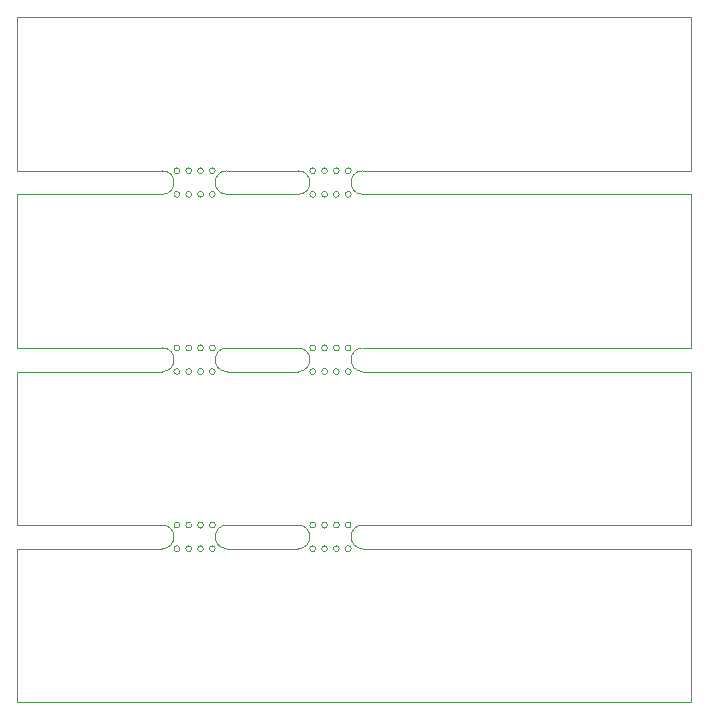
<source format=gbr>
%TF.GenerationSoftware,KiCad,Pcbnew,8.0.5*%
%TF.CreationDate,2025-06-13T10:45:04+02:00*%
%TF.ProjectId,doubleRelayExtensionSMD,646f7562-6c65-4526-956c-617945787465,rev?*%
%TF.SameCoordinates,Original*%
%TF.FileFunction,Profile,NP*%
%FSLAX46Y46*%
G04 Gerber Fmt 4.6, Leading zero omitted, Abs format (unit mm)*
G04 Created by KiCad (PCBNEW 8.0.5) date 2025-06-13 10:45:04*
%MOMM*%
%LPD*%
G01*
G04 APERTURE LIST*
%TA.AperFunction,Profile*%
%ADD10C,0.100000*%
%TD*%
%TA.AperFunction,Profile*%
%ADD11C,0.120000*%
%TD*%
G04 APERTURE END LIST*
D10*
X102000000Y-100000000D02*
X159000000Y-100000000D01*
X114250000Y-85000000D02*
X102000000Y-85000000D01*
X102000000Y-72000000D02*
X102000000Y-85000000D01*
X119750000Y-72000000D02*
X125750000Y-72000000D01*
X114250000Y-42000000D02*
X159000000Y-42000000D01*
X131250000Y-55000000D02*
X159000000Y-55000000D01*
X114250000Y-72000000D02*
X102000000Y-72000000D01*
X131250000Y-72000000D02*
X159000000Y-72000000D01*
X102000000Y-42000000D02*
X102000000Y-55000000D01*
X159000000Y-70000000D02*
X159000000Y-57000000D01*
X131250000Y-70000000D02*
X159000000Y-70000000D01*
X114250000Y-70000000D02*
X102000000Y-70000000D01*
X114250000Y-57000000D02*
X102000000Y-57000000D01*
X131250000Y-57000000D02*
X159000000Y-57000000D01*
X131250000Y-87000000D02*
X159000000Y-87000000D01*
X114250000Y-55000000D02*
X102000000Y-55000000D01*
X119750000Y-57000000D02*
X125750000Y-57000000D01*
X119750000Y-87000000D02*
X125750000Y-87000000D01*
X159000000Y-55000000D02*
X159000000Y-42000000D01*
X114250000Y-87000000D02*
X102000000Y-87000000D01*
X159000000Y-100000000D02*
X159000000Y-87000000D01*
X159000000Y-85000000D02*
X159000000Y-72000000D01*
X119750000Y-55000000D02*
X125750000Y-55000000D01*
X114250000Y-42000000D02*
X102000000Y-42000000D01*
X119750000Y-70000000D02*
X125750000Y-70000000D01*
X102000000Y-87000000D02*
X102000000Y-100000000D01*
X119750000Y-85000000D02*
X125750000Y-85000000D01*
X102000000Y-57000000D02*
X102000000Y-70000000D01*
X131250000Y-85000000D02*
X159000000Y-85000000D01*
D11*
%TO.C,REF\u002A\u002A*%
X125750000Y-70000000D02*
G75*
G02*
X125750000Y-72000000I0J-1000000D01*
G01*
X131250000Y-72000000D02*
G75*
G02*
X131250000Y-70000000I0J1000000D01*
G01*
X127250000Y-70000000D02*
G75*
G02*
X126750000Y-70000000I-250000J0D01*
G01*
X126750000Y-70000000D02*
G75*
G02*
X127250000Y-70000000I250000J0D01*
G01*
X127250000Y-72000000D02*
G75*
G02*
X126750000Y-72000000I-250000J0D01*
G01*
X126750000Y-72000000D02*
G75*
G02*
X127250000Y-72000000I250000J0D01*
G01*
X128250000Y-70000000D02*
G75*
G02*
X127750000Y-70000000I-250000J0D01*
G01*
X127750000Y-70000000D02*
G75*
G02*
X128250000Y-70000000I250000J0D01*
G01*
X128250000Y-72000000D02*
G75*
G02*
X127750000Y-72000000I-250000J0D01*
G01*
X127750000Y-72000000D02*
G75*
G02*
X128250000Y-72000000I250000J0D01*
G01*
X129250000Y-70000000D02*
G75*
G02*
X128750000Y-70000000I-250000J0D01*
G01*
X128750000Y-70000000D02*
G75*
G02*
X129250000Y-70000000I250000J0D01*
G01*
X129250000Y-72000000D02*
G75*
G02*
X128750000Y-72000000I-250000J0D01*
G01*
X128750000Y-72000000D02*
G75*
G02*
X129250000Y-72000000I250000J0D01*
G01*
X130250000Y-70000000D02*
G75*
G02*
X129750000Y-70000000I-250000J0D01*
G01*
X129750000Y-70000000D02*
G75*
G02*
X130250000Y-70000000I250000J0D01*
G01*
X130250000Y-72000000D02*
G75*
G02*
X129750000Y-72000000I-250000J0D01*
G01*
X129750000Y-72000000D02*
G75*
G02*
X130250000Y-72000000I250000J0D01*
G01*
X125750000Y-85000000D02*
G75*
G02*
X125750000Y-87000000I0J-1000000D01*
G01*
X131250000Y-87000000D02*
G75*
G02*
X131250000Y-85000000I0J1000000D01*
G01*
X127250000Y-85000000D02*
G75*
G02*
X126750000Y-85000000I-250000J0D01*
G01*
X126750000Y-85000000D02*
G75*
G02*
X127250000Y-85000000I250000J0D01*
G01*
X127250000Y-87000000D02*
G75*
G02*
X126750000Y-87000000I-250000J0D01*
G01*
X126750000Y-87000000D02*
G75*
G02*
X127250000Y-87000000I250000J0D01*
G01*
X128250000Y-85000000D02*
G75*
G02*
X127750000Y-85000000I-250000J0D01*
G01*
X127750000Y-85000000D02*
G75*
G02*
X128250000Y-85000000I250000J0D01*
G01*
X128250000Y-87000000D02*
G75*
G02*
X127750000Y-87000000I-250000J0D01*
G01*
X127750000Y-87000000D02*
G75*
G02*
X128250000Y-87000000I250000J0D01*
G01*
X129250000Y-85000000D02*
G75*
G02*
X128750000Y-85000000I-250000J0D01*
G01*
X128750000Y-85000000D02*
G75*
G02*
X129250000Y-85000000I250000J0D01*
G01*
X129250000Y-87000000D02*
G75*
G02*
X128750000Y-87000000I-250000J0D01*
G01*
X128750000Y-87000000D02*
G75*
G02*
X129250000Y-87000000I250000J0D01*
G01*
X130250000Y-85000000D02*
G75*
G02*
X129750000Y-85000000I-250000J0D01*
G01*
X129750000Y-85000000D02*
G75*
G02*
X130250000Y-85000000I250000J0D01*
G01*
X130250000Y-87000000D02*
G75*
G02*
X129750000Y-87000000I-250000J0D01*
G01*
X129750000Y-87000000D02*
G75*
G02*
X130250000Y-87000000I250000J0D01*
G01*
X114250000Y-55000000D02*
G75*
G02*
X114250000Y-57000000I0J-1000000D01*
G01*
X119750000Y-57000000D02*
G75*
G02*
X119750000Y-55000000I0J1000000D01*
G01*
X115750000Y-55000000D02*
G75*
G02*
X115250000Y-55000000I-250000J0D01*
G01*
X115250000Y-55000000D02*
G75*
G02*
X115750000Y-55000000I250000J0D01*
G01*
X115750000Y-57000000D02*
G75*
G02*
X115250000Y-57000000I-250000J0D01*
G01*
X115250000Y-57000000D02*
G75*
G02*
X115750000Y-57000000I250000J0D01*
G01*
X116750000Y-55000000D02*
G75*
G02*
X116250000Y-55000000I-250000J0D01*
G01*
X116250000Y-55000000D02*
G75*
G02*
X116750000Y-55000000I250000J0D01*
G01*
X116750000Y-57000000D02*
G75*
G02*
X116250000Y-57000000I-250000J0D01*
G01*
X116250000Y-57000000D02*
G75*
G02*
X116750000Y-57000000I250000J0D01*
G01*
X117750000Y-55000000D02*
G75*
G02*
X117250000Y-55000000I-250000J0D01*
G01*
X117250000Y-55000000D02*
G75*
G02*
X117750000Y-55000000I250000J0D01*
G01*
X117750000Y-57000000D02*
G75*
G02*
X117250000Y-57000000I-250000J0D01*
G01*
X117250000Y-57000000D02*
G75*
G02*
X117750000Y-57000000I250000J0D01*
G01*
X118750000Y-55000000D02*
G75*
G02*
X118250000Y-55000000I-250000J0D01*
G01*
X118250000Y-55000000D02*
G75*
G02*
X118750000Y-55000000I250000J0D01*
G01*
X118750000Y-57000000D02*
G75*
G02*
X118250000Y-57000000I-250000J0D01*
G01*
X118250000Y-57000000D02*
G75*
G02*
X118750000Y-57000000I250000J0D01*
G01*
X114250000Y-70000000D02*
G75*
G02*
X114250000Y-72000000I0J-1000000D01*
G01*
X119750000Y-72000000D02*
G75*
G02*
X119750000Y-70000000I0J1000000D01*
G01*
X115750000Y-70000000D02*
G75*
G02*
X115250000Y-70000000I-250000J0D01*
G01*
X115250000Y-70000000D02*
G75*
G02*
X115750000Y-70000000I250000J0D01*
G01*
X115750000Y-72000000D02*
G75*
G02*
X115250000Y-72000000I-250000J0D01*
G01*
X115250000Y-72000000D02*
G75*
G02*
X115750000Y-72000000I250000J0D01*
G01*
X116750000Y-70000000D02*
G75*
G02*
X116250000Y-70000000I-250000J0D01*
G01*
X116250000Y-70000000D02*
G75*
G02*
X116750000Y-70000000I250000J0D01*
G01*
X116750000Y-72000000D02*
G75*
G02*
X116250000Y-72000000I-250000J0D01*
G01*
X116250000Y-72000000D02*
G75*
G02*
X116750000Y-72000000I250000J0D01*
G01*
X117750000Y-70000000D02*
G75*
G02*
X117250000Y-70000000I-250000J0D01*
G01*
X117250000Y-70000000D02*
G75*
G02*
X117750000Y-70000000I250000J0D01*
G01*
X117750000Y-72000000D02*
G75*
G02*
X117250000Y-72000000I-250000J0D01*
G01*
X117250000Y-72000000D02*
G75*
G02*
X117750000Y-72000000I250000J0D01*
G01*
X118750000Y-70000000D02*
G75*
G02*
X118250000Y-70000000I-250000J0D01*
G01*
X118250000Y-70000000D02*
G75*
G02*
X118750000Y-70000000I250000J0D01*
G01*
X118750000Y-72000000D02*
G75*
G02*
X118250000Y-72000000I-250000J0D01*
G01*
X118250000Y-72000000D02*
G75*
G02*
X118750000Y-72000000I250000J0D01*
G01*
X125750000Y-55000000D02*
G75*
G02*
X125750000Y-57000000I0J-1000000D01*
G01*
X131250000Y-57000000D02*
G75*
G02*
X131250000Y-55000000I0J1000000D01*
G01*
X127250000Y-55000000D02*
G75*
G02*
X126750000Y-55000000I-250000J0D01*
G01*
X126750000Y-55000000D02*
G75*
G02*
X127250000Y-55000000I250000J0D01*
G01*
X127250000Y-57000000D02*
G75*
G02*
X126750000Y-57000000I-250000J0D01*
G01*
X126750000Y-57000000D02*
G75*
G02*
X127250000Y-57000000I250000J0D01*
G01*
X128250000Y-55000000D02*
G75*
G02*
X127750000Y-55000000I-250000J0D01*
G01*
X127750000Y-55000000D02*
G75*
G02*
X128250000Y-55000000I250000J0D01*
G01*
X128250000Y-57000000D02*
G75*
G02*
X127750000Y-57000000I-250000J0D01*
G01*
X127750000Y-57000000D02*
G75*
G02*
X128250000Y-57000000I250000J0D01*
G01*
X129250000Y-55000000D02*
G75*
G02*
X128750000Y-55000000I-250000J0D01*
G01*
X128750000Y-55000000D02*
G75*
G02*
X129250000Y-55000000I250000J0D01*
G01*
X129250000Y-57000000D02*
G75*
G02*
X128750000Y-57000000I-250000J0D01*
G01*
X128750000Y-57000000D02*
G75*
G02*
X129250000Y-57000000I250000J0D01*
G01*
X130250000Y-55000000D02*
G75*
G02*
X129750000Y-55000000I-250000J0D01*
G01*
X129750000Y-55000000D02*
G75*
G02*
X130250000Y-55000000I250000J0D01*
G01*
X130250000Y-57000000D02*
G75*
G02*
X129750000Y-57000000I-250000J0D01*
G01*
X129750000Y-57000000D02*
G75*
G02*
X130250000Y-57000000I250000J0D01*
G01*
X114250000Y-85000000D02*
G75*
G02*
X114250000Y-87000000I0J-1000000D01*
G01*
X119750000Y-87000000D02*
G75*
G02*
X119750000Y-85000000I0J1000000D01*
G01*
X115750000Y-85000000D02*
G75*
G02*
X115250000Y-85000000I-250000J0D01*
G01*
X115250000Y-85000000D02*
G75*
G02*
X115750000Y-85000000I250000J0D01*
G01*
X115750000Y-87000000D02*
G75*
G02*
X115250000Y-87000000I-250000J0D01*
G01*
X115250000Y-87000000D02*
G75*
G02*
X115750000Y-87000000I250000J0D01*
G01*
X116750000Y-85000000D02*
G75*
G02*
X116250000Y-85000000I-250000J0D01*
G01*
X116250000Y-85000000D02*
G75*
G02*
X116750000Y-85000000I250000J0D01*
G01*
X116750000Y-87000000D02*
G75*
G02*
X116250000Y-87000000I-250000J0D01*
G01*
X116250000Y-87000000D02*
G75*
G02*
X116750000Y-87000000I250000J0D01*
G01*
X117750000Y-85000000D02*
G75*
G02*
X117250000Y-85000000I-250000J0D01*
G01*
X117250000Y-85000000D02*
G75*
G02*
X117750000Y-85000000I250000J0D01*
G01*
X117750000Y-87000000D02*
G75*
G02*
X117250000Y-87000000I-250000J0D01*
G01*
X117250000Y-87000000D02*
G75*
G02*
X117750000Y-87000000I250000J0D01*
G01*
X118750000Y-85000000D02*
G75*
G02*
X118250000Y-85000000I-250000J0D01*
G01*
X118250000Y-85000000D02*
G75*
G02*
X118750000Y-85000000I250000J0D01*
G01*
X118750000Y-87000000D02*
G75*
G02*
X118250000Y-87000000I-250000J0D01*
G01*
X118250000Y-87000000D02*
G75*
G02*
X118750000Y-87000000I250000J0D01*
G01*
%TD*%
M02*

</source>
